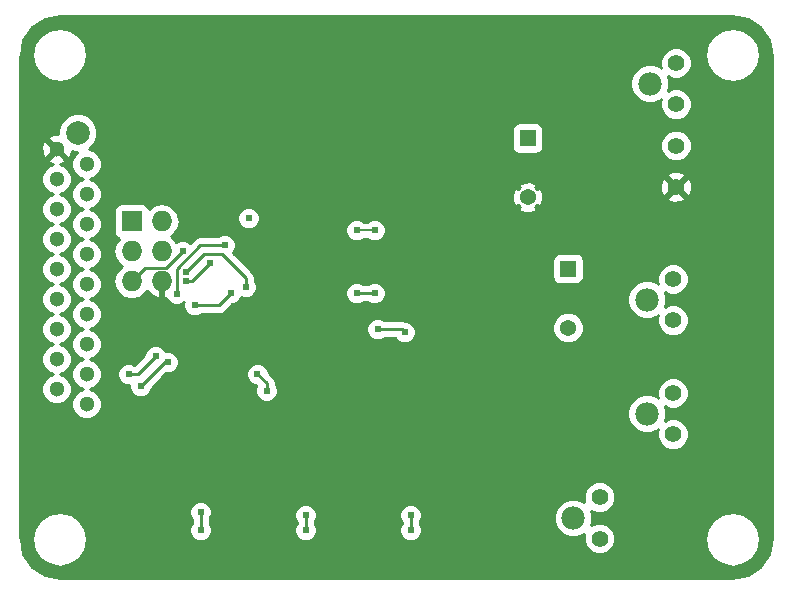
<source format=gbr>
G04 #@! TF.FileFunction,Copper,L2,Bot,Signal*
%FSLAX46Y46*%
G04 Gerber Fmt 4.6, Leading zero omitted, Abs format (unit mm)*
G04 Created by KiCad (PCBNEW 4.0.7) date 02/19/18 12:51:33*
%MOMM*%
%LPD*%
G01*
G04 APERTURE LIST*
%ADD10C,0.100000*%
%ADD11R,1.371600X1.371600*%
%ADD12C,1.371600*%
%ADD13C,1.397000*%
%ADD14C,1.981000*%
%ADD15R,1.727200X1.727200*%
%ADD16O,1.727200X1.727200*%
%ADD17C,1.300000*%
%ADD18C,2.000000*%
%ADD19C,0.609600*%
%ADD20C,0.254000*%
%ADD21C,0.152400*%
G04 APERTURE END LIST*
D10*
D11*
X107188000Y-65100200D03*
X107188000Y-65100200D03*
D12*
X107188000Y-70104000D03*
X107188000Y-70104000D03*
D11*
X110617000Y-76149200D03*
X110617000Y-76149200D03*
D12*
X110617000Y-81153000D03*
X110617000Y-81153000D03*
D13*
X119761000Y-62230000D03*
X119761000Y-58730000D03*
D14*
X117531000Y-60480000D03*
D13*
X119761000Y-65730000D03*
X119761000Y-69230000D03*
X113284000Y-99004000D03*
X113284000Y-95504000D03*
D14*
X111054000Y-97254000D03*
D13*
X119507000Y-90170000D03*
X119507000Y-86670000D03*
D14*
X117277000Y-88420000D03*
D13*
X119507000Y-80518000D03*
X119507000Y-77018000D03*
D14*
X117277000Y-78768000D03*
D15*
X73660000Y-72136000D03*
D16*
X76200000Y-72136000D03*
X73660000Y-74676000D03*
X76200000Y-74676000D03*
X73660000Y-77216000D03*
X76200000Y-77216000D03*
D17*
X67310000Y-71120000D03*
X67310000Y-68580000D03*
X67310000Y-66040000D03*
X67310000Y-73660000D03*
X69850000Y-67310000D03*
X69850000Y-69850000D03*
X69850000Y-72390000D03*
X69850000Y-74930000D03*
X67310000Y-76200000D03*
X69850000Y-77470000D03*
X67310000Y-78740000D03*
X69850000Y-80010000D03*
X67310000Y-81280000D03*
X69850000Y-82550000D03*
X67310000Y-83820000D03*
X69850000Y-85090000D03*
X67310000Y-86360000D03*
X69850000Y-87630000D03*
D18*
X69110000Y-64640000D03*
D19*
X83566000Y-71882000D03*
X76962000Y-66294000D03*
X108204000Y-58928000D03*
X79756000Y-89662000D03*
X81534000Y-96012000D03*
X99314000Y-96012000D03*
X90424000Y-96012000D03*
X112522000Y-87376000D03*
X91186000Y-75184000D03*
X87376000Y-76962000D03*
X110998000Y-91694000D03*
X100076000Y-83820000D03*
X82042000Y-59182000D03*
X94234000Y-66802000D03*
X92456000Y-67310000D03*
X81788000Y-66040000D03*
X80010000Y-59182000D03*
X75438000Y-58166000D03*
X83312000Y-77724000D03*
X78232000Y-76454000D03*
X92710000Y-78232000D03*
X94234000Y-78232000D03*
X96774000Y-81534000D03*
X94488000Y-81280000D03*
X79502000Y-96774000D03*
X79502000Y-98298000D03*
X88392000Y-97028000D03*
X88392000Y-98298000D03*
X84318695Y-85090000D03*
X85090000Y-86487000D03*
X77978000Y-74676000D03*
X82042000Y-78232000D03*
X78994000Y-79248000D03*
X75692000Y-83566000D03*
X73406000Y-85090000D03*
X76708000Y-84074000D03*
X74422000Y-86106000D03*
X97282000Y-97028000D03*
X97282000Y-98298000D03*
X94234000Y-72898000D03*
X92710000Y-72898000D03*
X77470000Y-78262000D03*
X81534000Y-74168000D03*
X78232000Y-77216000D03*
X80264000Y-75692000D03*
D20*
X78232000Y-76454000D02*
X79756000Y-74930000D01*
X79756000Y-74930000D02*
X81280000Y-74930000D01*
X81280000Y-74930000D02*
X83312000Y-76962000D01*
X83312000Y-76962000D02*
X83312000Y-77724000D01*
X94234000Y-78232000D02*
X92710000Y-78232000D01*
X94488000Y-81280000D02*
X96520000Y-81280000D01*
X96520000Y-81280000D02*
X96774000Y-81534000D01*
X79502000Y-98298000D02*
X79502000Y-96774000D01*
X88392000Y-98298000D02*
X88392000Y-97028000D01*
X85090000Y-86487000D02*
X85090000Y-85861305D01*
X85090000Y-85861305D02*
X84318695Y-85090000D01*
X73660000Y-77216000D02*
X74803001Y-76072999D01*
X74803001Y-76072999D02*
X76581001Y-76072999D01*
X76581001Y-76072999D02*
X77978000Y-74676000D01*
X81026000Y-79248000D02*
X82042000Y-78232000D01*
X78994000Y-79248000D02*
X81026000Y-79248000D01*
X73406000Y-85090000D02*
X74168000Y-85090000D01*
X74168000Y-85090000D02*
X75692000Y-83566000D01*
X74422000Y-86106000D02*
X76454000Y-84074000D01*
X76454000Y-84074000D02*
X76708000Y-84074000D01*
X97282000Y-98298000D02*
X97282000Y-97028000D01*
D21*
X92710000Y-72898000D02*
X94234000Y-72898000D01*
D20*
X77470000Y-78262000D02*
X77470000Y-76175359D01*
X77470000Y-76175359D02*
X79477359Y-74168000D01*
X79477359Y-74168000D02*
X81534000Y-74168000D01*
X80264000Y-75692000D02*
X78740000Y-77216000D01*
X78740000Y-77216000D02*
X78232000Y-77216000D01*
G36*
X125827459Y-55009738D02*
X126898568Y-55725429D01*
X127614262Y-56796540D01*
X127879000Y-58127467D01*
X127879000Y-98992533D01*
X127614262Y-100323460D01*
X126898568Y-101394571D01*
X125827459Y-102110262D01*
X124496533Y-102375000D01*
X67631467Y-102375000D01*
X66300540Y-102110262D01*
X65229429Y-101394568D01*
X64513738Y-100323459D01*
X64262421Y-99060000D01*
X65247050Y-99060000D01*
X65423417Y-99946658D01*
X65925669Y-100698331D01*
X66677342Y-101200583D01*
X67564000Y-101376950D01*
X68450658Y-101200583D01*
X69202331Y-100698331D01*
X69704583Y-99946658D01*
X69880950Y-99060000D01*
X69704583Y-98173342D01*
X69202331Y-97421669D01*
X68511572Y-96960118D01*
X78562037Y-96960118D01*
X78704812Y-97305659D01*
X78740000Y-97340908D01*
X78740000Y-97730752D01*
X78705741Y-97764951D01*
X78562363Y-98110242D01*
X78562037Y-98484118D01*
X78704812Y-98829659D01*
X78968951Y-99094259D01*
X79314242Y-99237637D01*
X79688118Y-99237963D01*
X80033659Y-99095188D01*
X80298259Y-98831049D01*
X80441637Y-98485758D01*
X80441963Y-98111882D01*
X80299188Y-97766341D01*
X80264000Y-97731092D01*
X80264000Y-97341248D01*
X80298259Y-97307049D01*
X80336847Y-97214118D01*
X87452037Y-97214118D01*
X87594812Y-97559659D01*
X87630000Y-97594908D01*
X87630000Y-97730752D01*
X87595741Y-97764951D01*
X87452363Y-98110242D01*
X87452037Y-98484118D01*
X87594812Y-98829659D01*
X87858951Y-99094259D01*
X88204242Y-99237637D01*
X88578118Y-99237963D01*
X88923659Y-99095188D01*
X89188259Y-98831049D01*
X89331637Y-98485758D01*
X89331963Y-98111882D01*
X89189188Y-97766341D01*
X89154000Y-97731092D01*
X89154000Y-97595248D01*
X89188259Y-97561049D01*
X89331637Y-97215758D01*
X89331638Y-97214118D01*
X96342037Y-97214118D01*
X96484812Y-97559659D01*
X96520000Y-97594908D01*
X96520000Y-97730752D01*
X96485741Y-97764951D01*
X96342363Y-98110242D01*
X96342037Y-98484118D01*
X96484812Y-98829659D01*
X96748951Y-99094259D01*
X97094242Y-99237637D01*
X97468118Y-99237963D01*
X97813659Y-99095188D01*
X98078259Y-98831049D01*
X98221637Y-98485758D01*
X98221963Y-98111882D01*
X98079188Y-97766341D01*
X98044000Y-97731092D01*
X98044000Y-97595248D01*
X98063368Y-97575913D01*
X109428219Y-97575913D01*
X109675165Y-98173569D01*
X110132026Y-98631228D01*
X110729250Y-98879217D01*
X111375913Y-98879781D01*
X111973569Y-98632835D01*
X112008856Y-98597610D01*
X111950732Y-98737587D01*
X111950269Y-99268086D01*
X112152854Y-99758380D01*
X112527647Y-100133827D01*
X113017587Y-100337268D01*
X113548086Y-100337731D01*
X114038380Y-100135146D01*
X114413827Y-99760353D01*
X114617268Y-99270413D01*
X114617451Y-99060000D01*
X122247050Y-99060000D01*
X122423417Y-99946658D01*
X122925669Y-100698331D01*
X123677342Y-101200583D01*
X124564000Y-101376950D01*
X125450658Y-101200583D01*
X126202331Y-100698331D01*
X126704583Y-99946658D01*
X126880950Y-99060000D01*
X126704583Y-98173342D01*
X126202331Y-97421669D01*
X125450658Y-96919417D01*
X124564000Y-96743050D01*
X123677342Y-96919417D01*
X122925669Y-97421669D01*
X122423417Y-98173342D01*
X122247050Y-99060000D01*
X114617451Y-99060000D01*
X114617731Y-98739914D01*
X114415146Y-98249620D01*
X114040353Y-97874173D01*
X113550413Y-97670732D01*
X113019914Y-97670269D01*
X112562784Y-97859151D01*
X112679217Y-97578750D01*
X112679781Y-96932087D01*
X112562527Y-96648311D01*
X113017587Y-96837268D01*
X113548086Y-96837731D01*
X114038380Y-96635146D01*
X114413827Y-96260353D01*
X114617268Y-95770413D01*
X114617731Y-95239914D01*
X114415146Y-94749620D01*
X114040353Y-94374173D01*
X113550413Y-94170732D01*
X113019914Y-94170269D01*
X112529620Y-94372854D01*
X112154173Y-94747647D01*
X111950732Y-95237587D01*
X111950269Y-95768086D01*
X112008739Y-95909594D01*
X111975974Y-95876772D01*
X111378750Y-95628783D01*
X110732087Y-95628219D01*
X110134431Y-95875165D01*
X109676772Y-96332026D01*
X109428783Y-96929250D01*
X109428219Y-97575913D01*
X98063368Y-97575913D01*
X98078259Y-97561049D01*
X98221637Y-97215758D01*
X98221963Y-96841882D01*
X98079188Y-96496341D01*
X97815049Y-96231741D01*
X97469758Y-96088363D01*
X97095882Y-96088037D01*
X96750341Y-96230812D01*
X96485741Y-96494951D01*
X96342363Y-96840242D01*
X96342037Y-97214118D01*
X89331638Y-97214118D01*
X89331963Y-96841882D01*
X89189188Y-96496341D01*
X88925049Y-96231741D01*
X88579758Y-96088363D01*
X88205882Y-96088037D01*
X87860341Y-96230812D01*
X87595741Y-96494951D01*
X87452363Y-96840242D01*
X87452037Y-97214118D01*
X80336847Y-97214118D01*
X80441637Y-96961758D01*
X80441963Y-96587882D01*
X80299188Y-96242341D01*
X80035049Y-95977741D01*
X79689758Y-95834363D01*
X79315882Y-95834037D01*
X78970341Y-95976812D01*
X78705741Y-96240951D01*
X78562363Y-96586242D01*
X78562037Y-96960118D01*
X68511572Y-96960118D01*
X68450658Y-96919417D01*
X67564000Y-96743050D01*
X66677342Y-96919417D01*
X65925669Y-97421669D01*
X65423417Y-98173342D01*
X65247050Y-99060000D01*
X64262421Y-99060000D01*
X64249000Y-98992533D01*
X64249000Y-68834481D01*
X66024777Y-68834481D01*
X66219995Y-69306943D01*
X66581155Y-69668735D01*
X67018182Y-69850205D01*
X66583057Y-70029995D01*
X66221265Y-70391155D01*
X66025223Y-70863276D01*
X66024777Y-71374481D01*
X66219995Y-71846943D01*
X66581155Y-72208735D01*
X67018182Y-72390205D01*
X66583057Y-72569995D01*
X66221265Y-72931155D01*
X66025223Y-73403276D01*
X66024777Y-73914481D01*
X66219995Y-74386943D01*
X66581155Y-74748735D01*
X67018182Y-74930205D01*
X66583057Y-75109995D01*
X66221265Y-75471155D01*
X66025223Y-75943276D01*
X66024777Y-76454481D01*
X66219995Y-76926943D01*
X66581155Y-77288735D01*
X67018182Y-77470205D01*
X66583057Y-77649995D01*
X66221265Y-78011155D01*
X66025223Y-78483276D01*
X66024777Y-78994481D01*
X66219995Y-79466943D01*
X66581155Y-79828735D01*
X67018182Y-80010205D01*
X66583057Y-80189995D01*
X66221265Y-80551155D01*
X66025223Y-81023276D01*
X66024777Y-81534481D01*
X66219995Y-82006943D01*
X66581155Y-82368735D01*
X67018182Y-82550205D01*
X66583057Y-82729995D01*
X66221265Y-83091155D01*
X66025223Y-83563276D01*
X66024777Y-84074481D01*
X66219995Y-84546943D01*
X66581155Y-84908735D01*
X67018182Y-85090205D01*
X66583057Y-85269995D01*
X66221265Y-85631155D01*
X66025223Y-86103276D01*
X66024777Y-86614481D01*
X66219995Y-87086943D01*
X66581155Y-87448735D01*
X67053276Y-87644777D01*
X67564481Y-87645223D01*
X68036943Y-87450005D01*
X68398735Y-87088845D01*
X68594777Y-86616724D01*
X68595223Y-86105519D01*
X68400005Y-85633057D01*
X68038845Y-85271265D01*
X67601818Y-85089795D01*
X68036943Y-84910005D01*
X68398735Y-84548845D01*
X68594777Y-84076724D01*
X68595223Y-83565519D01*
X68400005Y-83093057D01*
X68038845Y-82731265D01*
X67601818Y-82549795D01*
X68036943Y-82370005D01*
X68398735Y-82008845D01*
X68594777Y-81536724D01*
X68595223Y-81025519D01*
X68400005Y-80553057D01*
X68038845Y-80191265D01*
X67601818Y-80009795D01*
X68036943Y-79830005D01*
X68398735Y-79468845D01*
X68594777Y-78996724D01*
X68595223Y-78485519D01*
X68400005Y-78013057D01*
X68038845Y-77651265D01*
X67601818Y-77469795D01*
X68036943Y-77290005D01*
X68398735Y-76928845D01*
X68594777Y-76456724D01*
X68595223Y-75945519D01*
X68400005Y-75473057D01*
X68038845Y-75111265D01*
X67601818Y-74929795D01*
X68036943Y-74750005D01*
X68398735Y-74388845D01*
X68594777Y-73916724D01*
X68595223Y-73405519D01*
X68400005Y-72933057D01*
X68038845Y-72571265D01*
X67601818Y-72389795D01*
X68036943Y-72210005D01*
X68398735Y-71848845D01*
X68594777Y-71376724D01*
X68595223Y-70865519D01*
X68400005Y-70393057D01*
X68038845Y-70031265D01*
X67601818Y-69849795D01*
X68036943Y-69670005D01*
X68398735Y-69308845D01*
X68594777Y-68836724D01*
X68595223Y-68325519D01*
X68400005Y-67853057D01*
X68038845Y-67491265D01*
X67602800Y-67310203D01*
X67639428Y-67308083D01*
X67973729Y-67169611D01*
X68029410Y-66939016D01*
X67310000Y-66219605D01*
X66590590Y-66939016D01*
X66646271Y-67169611D01*
X67032860Y-67304139D01*
X66583057Y-67489995D01*
X66221265Y-67851155D01*
X66025223Y-68323276D01*
X66024777Y-68834481D01*
X64249000Y-68834481D01*
X64249000Y-65859078D01*
X66012378Y-65859078D01*
X66041917Y-66369428D01*
X66180389Y-66703729D01*
X66410984Y-66759410D01*
X67130395Y-66040000D01*
X66410984Y-65320590D01*
X66180389Y-65376271D01*
X66012378Y-65859078D01*
X64249000Y-65859078D01*
X64249000Y-65140984D01*
X66590590Y-65140984D01*
X67310000Y-65860395D01*
X67324143Y-65846253D01*
X67503748Y-66025858D01*
X67489605Y-66040000D01*
X68209016Y-66759410D01*
X68439611Y-66703729D01*
X68607622Y-66220922D01*
X68606485Y-66201275D01*
X68783352Y-66274716D01*
X69067991Y-66274965D01*
X68761265Y-66581155D01*
X68565223Y-67053276D01*
X68564777Y-67564481D01*
X68759995Y-68036943D01*
X69121155Y-68398735D01*
X69558182Y-68580205D01*
X69123057Y-68759995D01*
X68761265Y-69121155D01*
X68565223Y-69593276D01*
X68564777Y-70104481D01*
X68759995Y-70576943D01*
X69121155Y-70938735D01*
X69558182Y-71120205D01*
X69123057Y-71299995D01*
X68761265Y-71661155D01*
X68565223Y-72133276D01*
X68564777Y-72644481D01*
X68759995Y-73116943D01*
X69121155Y-73478735D01*
X69558182Y-73660205D01*
X69123057Y-73839995D01*
X68761265Y-74201155D01*
X68565223Y-74673276D01*
X68564777Y-75184481D01*
X68759995Y-75656943D01*
X69121155Y-76018735D01*
X69558182Y-76200205D01*
X69123057Y-76379995D01*
X68761265Y-76741155D01*
X68565223Y-77213276D01*
X68564777Y-77724481D01*
X68759995Y-78196943D01*
X69121155Y-78558735D01*
X69558182Y-78740205D01*
X69123057Y-78919995D01*
X68761265Y-79281155D01*
X68565223Y-79753276D01*
X68564777Y-80264481D01*
X68759995Y-80736943D01*
X69121155Y-81098735D01*
X69558182Y-81280205D01*
X69123057Y-81459995D01*
X68761265Y-81821155D01*
X68565223Y-82293276D01*
X68564777Y-82804481D01*
X68759995Y-83276943D01*
X69121155Y-83638735D01*
X69558182Y-83820205D01*
X69123057Y-83999995D01*
X68761265Y-84361155D01*
X68565223Y-84833276D01*
X68564777Y-85344481D01*
X68759995Y-85816943D01*
X69121155Y-86178735D01*
X69558182Y-86360205D01*
X69123057Y-86539995D01*
X68761265Y-86901155D01*
X68565223Y-87373276D01*
X68564777Y-87884481D01*
X68759995Y-88356943D01*
X69121155Y-88718735D01*
X69593276Y-88914777D01*
X70104481Y-88915223D01*
X70523921Y-88741913D01*
X115651219Y-88741913D01*
X115898165Y-89339569D01*
X116355026Y-89797228D01*
X116952250Y-90045217D01*
X117598913Y-90045781D01*
X118196569Y-89798835D01*
X118231856Y-89763610D01*
X118173732Y-89903587D01*
X118173269Y-90434086D01*
X118375854Y-90924380D01*
X118750647Y-91299827D01*
X119240587Y-91503268D01*
X119771086Y-91503731D01*
X120261380Y-91301146D01*
X120636827Y-90926353D01*
X120840268Y-90436413D01*
X120840731Y-89905914D01*
X120638146Y-89415620D01*
X120263353Y-89040173D01*
X119773413Y-88836732D01*
X119242914Y-88836269D01*
X118785784Y-89025151D01*
X118902217Y-88744750D01*
X118902781Y-88098087D01*
X118785527Y-87814311D01*
X119240587Y-88003268D01*
X119771086Y-88003731D01*
X120261380Y-87801146D01*
X120636827Y-87426353D01*
X120840268Y-86936413D01*
X120840731Y-86405914D01*
X120638146Y-85915620D01*
X120263353Y-85540173D01*
X119773413Y-85336732D01*
X119242914Y-85336269D01*
X118752620Y-85538854D01*
X118377173Y-85913647D01*
X118173732Y-86403587D01*
X118173269Y-86934086D01*
X118231739Y-87075594D01*
X118198974Y-87042772D01*
X117601750Y-86794783D01*
X116955087Y-86794219D01*
X116357431Y-87041165D01*
X115899772Y-87498026D01*
X115651783Y-88095250D01*
X115651219Y-88741913D01*
X70523921Y-88741913D01*
X70576943Y-88720005D01*
X70938735Y-88358845D01*
X71134777Y-87886724D01*
X71135223Y-87375519D01*
X70940005Y-86903057D01*
X70578845Y-86541265D01*
X70141818Y-86359795D01*
X70576943Y-86180005D01*
X70938735Y-85818845D01*
X71134777Y-85346724D01*
X71134838Y-85276118D01*
X72466037Y-85276118D01*
X72608812Y-85621659D01*
X72872951Y-85886259D01*
X73218242Y-86029637D01*
X73482266Y-86029867D01*
X73482037Y-86292118D01*
X73624812Y-86637659D01*
X73888951Y-86902259D01*
X74234242Y-87045637D01*
X74608118Y-87045963D01*
X74953659Y-86903188D01*
X75218259Y-86639049D01*
X75361637Y-86293758D01*
X75361680Y-86243950D01*
X76329512Y-85276118D01*
X83378732Y-85276118D01*
X83521507Y-85621659D01*
X83785646Y-85886259D01*
X84130937Y-86029637D01*
X84180745Y-86029680D01*
X84238368Y-86087303D01*
X84150363Y-86299242D01*
X84150037Y-86673118D01*
X84292812Y-87018659D01*
X84556951Y-87283259D01*
X84902242Y-87426637D01*
X85276118Y-87426963D01*
X85621659Y-87284188D01*
X85886259Y-87020049D01*
X86029637Y-86674758D01*
X86029963Y-86300882D01*
X85887188Y-85955341D01*
X85852000Y-85920092D01*
X85852000Y-85861305D01*
X85793996Y-85569700D01*
X85628815Y-85322490D01*
X85258616Y-84952291D01*
X85258658Y-84903882D01*
X85115883Y-84558341D01*
X84851744Y-84293741D01*
X84506453Y-84150363D01*
X84132577Y-84150037D01*
X83787036Y-84292812D01*
X83522436Y-84556951D01*
X83379058Y-84902242D01*
X83378732Y-85276118D01*
X76329512Y-85276118D01*
X76591930Y-85013700D01*
X76894118Y-85013963D01*
X77239659Y-84871188D01*
X77504259Y-84607049D01*
X77647637Y-84261758D01*
X77647963Y-83887882D01*
X77505188Y-83542341D01*
X77241049Y-83277741D01*
X76895758Y-83134363D01*
X76530385Y-83134044D01*
X76489188Y-83034341D01*
X76225049Y-82769741D01*
X75879758Y-82626363D01*
X75505882Y-82626037D01*
X75160341Y-82768812D01*
X74895741Y-83032951D01*
X74752363Y-83378242D01*
X74752320Y-83428050D01*
X73902009Y-84278361D01*
X73593758Y-84150363D01*
X73219882Y-84150037D01*
X72874341Y-84292812D01*
X72609741Y-84556951D01*
X72466363Y-84902242D01*
X72466037Y-85276118D01*
X71134838Y-85276118D01*
X71135223Y-84835519D01*
X70940005Y-84363057D01*
X70578845Y-84001265D01*
X70141818Y-83819795D01*
X70576943Y-83640005D01*
X70938735Y-83278845D01*
X71134777Y-82806724D01*
X71135223Y-82295519D01*
X70940005Y-81823057D01*
X70583690Y-81466118D01*
X93548037Y-81466118D01*
X93690812Y-81811659D01*
X93954951Y-82076259D01*
X94300242Y-82219637D01*
X94674118Y-82219963D01*
X95019659Y-82077188D01*
X95054908Y-82042000D01*
X95967036Y-82042000D01*
X95976812Y-82065659D01*
X96240951Y-82330259D01*
X96586242Y-82473637D01*
X96960118Y-82473963D01*
X97305659Y-82331188D01*
X97570259Y-82067049D01*
X97713637Y-81721758D01*
X97713904Y-81414571D01*
X109295971Y-81414571D01*
X109496627Y-81900196D01*
X109867850Y-82272067D01*
X110353124Y-82473570D01*
X110878571Y-82474029D01*
X111364196Y-82273373D01*
X111736067Y-81902150D01*
X111937570Y-81416876D01*
X111938029Y-80891429D01*
X111737373Y-80405804D01*
X111366150Y-80033933D01*
X110880876Y-79832430D01*
X110355429Y-79831971D01*
X109869804Y-80032627D01*
X109497933Y-80403850D01*
X109296430Y-80889124D01*
X109295971Y-81414571D01*
X97713904Y-81414571D01*
X97713963Y-81347882D01*
X97571188Y-81002341D01*
X97307049Y-80737741D01*
X96961758Y-80594363D01*
X96838921Y-80594256D01*
X96811605Y-80576004D01*
X96520000Y-80518000D01*
X95055248Y-80518000D01*
X95021049Y-80483741D01*
X94675758Y-80340363D01*
X94301882Y-80340037D01*
X93956341Y-80482812D01*
X93691741Y-80746951D01*
X93548363Y-81092242D01*
X93548037Y-81466118D01*
X70583690Y-81466118D01*
X70578845Y-81461265D01*
X70141818Y-81279795D01*
X70576943Y-81100005D01*
X70938735Y-80738845D01*
X71134777Y-80266724D01*
X71135223Y-79755519D01*
X70940005Y-79283057D01*
X70578845Y-78921265D01*
X70141818Y-78739795D01*
X70576943Y-78560005D01*
X70938735Y-78198845D01*
X71134777Y-77726724D01*
X71135223Y-77215519D01*
X70940005Y-76743057D01*
X70578845Y-76381265D01*
X70141818Y-76199795D01*
X70576943Y-76020005D01*
X70938735Y-75658845D01*
X71134777Y-75186724D01*
X71135222Y-74676000D01*
X72132041Y-74676000D01*
X72246115Y-75249489D01*
X72570971Y-75735670D01*
X72885752Y-75946000D01*
X72570971Y-76156330D01*
X72246115Y-76642511D01*
X72132041Y-77216000D01*
X72246115Y-77789489D01*
X72570971Y-78275670D01*
X73057152Y-78600526D01*
X73630641Y-78714600D01*
X73689359Y-78714600D01*
X74262848Y-78600526D01*
X74749029Y-78275670D01*
X74929992Y-78004839D01*
X75311510Y-78422821D01*
X75840973Y-78670968D01*
X76073000Y-78550469D01*
X76073000Y-77343000D01*
X76053000Y-77343000D01*
X76053000Y-77089000D01*
X76073000Y-77089000D01*
X76073000Y-77069000D01*
X76327000Y-77069000D01*
X76327000Y-77089000D01*
X76347000Y-77089000D01*
X76347000Y-77343000D01*
X76327000Y-77343000D01*
X76327000Y-78550469D01*
X76559027Y-78670968D01*
X76611882Y-78646196D01*
X76672812Y-78793659D01*
X76936951Y-79058259D01*
X77282242Y-79201637D01*
X77656118Y-79201963D01*
X78001659Y-79059188D01*
X78092424Y-78968581D01*
X78054363Y-79060242D01*
X78054037Y-79434118D01*
X78196812Y-79779659D01*
X78460951Y-80044259D01*
X78806242Y-80187637D01*
X79180118Y-80187963D01*
X79525659Y-80045188D01*
X79560908Y-80010000D01*
X81026000Y-80010000D01*
X81317605Y-79951996D01*
X81564815Y-79786815D01*
X82179709Y-79171921D01*
X82228118Y-79171963D01*
X82573659Y-79029188D01*
X82838259Y-78765049D01*
X82916234Y-78577264D01*
X83124242Y-78663637D01*
X83498118Y-78663963D01*
X83843659Y-78521188D01*
X83946908Y-78418118D01*
X91770037Y-78418118D01*
X91912812Y-78763659D01*
X92176951Y-79028259D01*
X92522242Y-79171637D01*
X92896118Y-79171963D01*
X93241659Y-79029188D01*
X93276908Y-78994000D01*
X93666752Y-78994000D01*
X93700951Y-79028259D01*
X94046242Y-79171637D01*
X94420118Y-79171963D01*
X94618693Y-79089913D01*
X115651219Y-79089913D01*
X115898165Y-79687569D01*
X116355026Y-80145228D01*
X116952250Y-80393217D01*
X117598913Y-80393781D01*
X118196569Y-80146835D01*
X118231856Y-80111610D01*
X118173732Y-80251587D01*
X118173269Y-80782086D01*
X118375854Y-81272380D01*
X118750647Y-81647827D01*
X119240587Y-81851268D01*
X119771086Y-81851731D01*
X120261380Y-81649146D01*
X120636827Y-81274353D01*
X120840268Y-80784413D01*
X120840731Y-80253914D01*
X120638146Y-79763620D01*
X120263353Y-79388173D01*
X119773413Y-79184732D01*
X119242914Y-79184269D01*
X118785784Y-79373151D01*
X118902217Y-79092750D01*
X118902781Y-78446087D01*
X118785527Y-78162311D01*
X119240587Y-78351268D01*
X119771086Y-78351731D01*
X120261380Y-78149146D01*
X120636827Y-77774353D01*
X120840268Y-77284413D01*
X120840731Y-76753914D01*
X120638146Y-76263620D01*
X120263353Y-75888173D01*
X119773413Y-75684732D01*
X119242914Y-75684269D01*
X118752620Y-75886854D01*
X118377173Y-76261647D01*
X118173732Y-76751587D01*
X118173269Y-77282086D01*
X118231739Y-77423594D01*
X118198974Y-77390772D01*
X117601750Y-77142783D01*
X116955087Y-77142219D01*
X116357431Y-77389165D01*
X115899772Y-77846026D01*
X115651783Y-78443250D01*
X115651219Y-79089913D01*
X94618693Y-79089913D01*
X94765659Y-79029188D01*
X95030259Y-78765049D01*
X95173637Y-78419758D01*
X95173963Y-78045882D01*
X95031188Y-77700341D01*
X94767049Y-77435741D01*
X94421758Y-77292363D01*
X94047882Y-77292037D01*
X93702341Y-77434812D01*
X93667092Y-77470000D01*
X93277248Y-77470000D01*
X93243049Y-77435741D01*
X92897758Y-77292363D01*
X92523882Y-77292037D01*
X92178341Y-77434812D01*
X91913741Y-77698951D01*
X91770363Y-78044242D01*
X91770037Y-78418118D01*
X83946908Y-78418118D01*
X84108259Y-78257049D01*
X84251637Y-77911758D01*
X84251963Y-77537882D01*
X84109188Y-77192341D01*
X84074000Y-77157092D01*
X84074000Y-76962000D01*
X84015996Y-76670395D01*
X83850815Y-76423185D01*
X82891030Y-75463400D01*
X109283760Y-75463400D01*
X109283760Y-76835000D01*
X109328038Y-77070317D01*
X109467110Y-77286441D01*
X109679310Y-77431431D01*
X109931200Y-77482440D01*
X111302800Y-77482440D01*
X111538117Y-77438162D01*
X111754241Y-77299090D01*
X111899231Y-77086890D01*
X111950240Y-76835000D01*
X111950240Y-75463400D01*
X111905962Y-75228083D01*
X111766890Y-75011959D01*
X111554690Y-74866969D01*
X111302800Y-74815960D01*
X109931200Y-74815960D01*
X109695883Y-74860238D01*
X109479759Y-74999310D01*
X109334769Y-75211510D01*
X109283760Y-75463400D01*
X82891030Y-75463400D01*
X82229381Y-74801751D01*
X82330259Y-74701049D01*
X82473637Y-74355758D01*
X82473963Y-73981882D01*
X82331188Y-73636341D01*
X82067049Y-73371741D01*
X81721758Y-73228363D01*
X81347882Y-73228037D01*
X81002341Y-73370812D01*
X80967092Y-73406000D01*
X79477359Y-73406000D01*
X79187333Y-73463690D01*
X79185754Y-73464004D01*
X78938543Y-73629185D01*
X78599441Y-73968287D01*
X78511049Y-73879741D01*
X78165758Y-73736363D01*
X77791882Y-73736037D01*
X77460504Y-73872960D01*
X77289029Y-73616330D01*
X76974248Y-73406000D01*
X77289029Y-73195670D01*
X77363565Y-73084118D01*
X91770037Y-73084118D01*
X91912812Y-73429659D01*
X92176951Y-73694259D01*
X92522242Y-73837637D01*
X92896118Y-73837963D01*
X93241659Y-73695188D01*
X93327797Y-73609200D01*
X93616040Y-73609200D01*
X93700951Y-73694259D01*
X94046242Y-73837637D01*
X94420118Y-73837963D01*
X94765659Y-73695188D01*
X95030259Y-73431049D01*
X95173637Y-73085758D01*
X95173963Y-72711882D01*
X95031188Y-72366341D01*
X94767049Y-72101741D01*
X94421758Y-71958363D01*
X94047882Y-71958037D01*
X93702341Y-72100812D01*
X93616203Y-72186800D01*
X93327960Y-72186800D01*
X93243049Y-72101741D01*
X92897758Y-71958363D01*
X92523882Y-71958037D01*
X92178341Y-72100812D01*
X91913741Y-72364951D01*
X91770363Y-72710242D01*
X91770037Y-73084118D01*
X77363565Y-73084118D01*
X77613885Y-72709489D01*
X77727959Y-72136000D01*
X77714457Y-72068118D01*
X82626037Y-72068118D01*
X82768812Y-72413659D01*
X83032951Y-72678259D01*
X83378242Y-72821637D01*
X83752118Y-72821963D01*
X84097659Y-72679188D01*
X84362259Y-72415049D01*
X84505637Y-72069758D01*
X84505963Y-71695882D01*
X84363188Y-71350341D01*
X84099049Y-71085741D01*
X83753758Y-70942363D01*
X83379882Y-70942037D01*
X83034341Y-71084812D01*
X82769741Y-71348951D01*
X82626363Y-71694242D01*
X82626037Y-72068118D01*
X77714457Y-72068118D01*
X77613885Y-71562511D01*
X77289029Y-71076330D01*
X76802848Y-70751474D01*
X76229359Y-70637400D01*
X76170641Y-70637400D01*
X75597152Y-70751474D01*
X75131558Y-71062574D01*
X75126762Y-71037083D01*
X74987690Y-70820959D01*
X74775490Y-70675969D01*
X74523600Y-70624960D01*
X72796400Y-70624960D01*
X72561083Y-70669238D01*
X72344959Y-70808310D01*
X72199969Y-71020510D01*
X72148960Y-71272400D01*
X72148960Y-72999600D01*
X72193238Y-73234917D01*
X72332310Y-73451041D01*
X72544510Y-73596031D01*
X72588131Y-73604864D01*
X72570971Y-73616330D01*
X72246115Y-74102511D01*
X72132041Y-74676000D01*
X71135222Y-74676000D01*
X71135223Y-74675519D01*
X70940005Y-74203057D01*
X70578845Y-73841265D01*
X70141818Y-73659795D01*
X70576943Y-73480005D01*
X70938735Y-73118845D01*
X71134777Y-72646724D01*
X71135223Y-72135519D01*
X70940005Y-71663057D01*
X70578845Y-71301265D01*
X70141818Y-71119795D01*
X70576943Y-70940005D01*
X70938735Y-70578845D01*
X71134777Y-70106724D01*
X71134944Y-69914517D01*
X105854721Y-69914517D01*
X105883699Y-70439164D01*
X106028723Y-70789283D01*
X106263021Y-70849374D01*
X106343934Y-70768461D01*
X106523382Y-70948223D01*
X106442626Y-71028979D01*
X106502717Y-71263277D01*
X106998517Y-71437279D01*
X107523164Y-71408301D01*
X107873283Y-71263277D01*
X107933374Y-71028979D01*
X107852461Y-70948066D01*
X108032223Y-70768618D01*
X108112979Y-70849374D01*
X108347277Y-70789283D01*
X108521279Y-70293483D01*
X108514138Y-70164188D01*
X119006417Y-70164188D01*
X119068071Y-70399800D01*
X119568480Y-70575927D01*
X120098199Y-70547148D01*
X120453929Y-70399800D01*
X120515583Y-70164188D01*
X119761000Y-69409605D01*
X119006417Y-70164188D01*
X108514138Y-70164188D01*
X108492301Y-69768836D01*
X108347277Y-69418717D01*
X108112979Y-69358626D01*
X108032066Y-69439539D01*
X107852618Y-69259777D01*
X107933374Y-69179021D01*
X107897073Y-69037480D01*
X118415073Y-69037480D01*
X118443852Y-69567199D01*
X118591200Y-69922929D01*
X118826812Y-69984583D01*
X119581395Y-69230000D01*
X119940605Y-69230000D01*
X120695188Y-69984583D01*
X120930800Y-69922929D01*
X121106927Y-69422520D01*
X121078148Y-68892801D01*
X120930800Y-68537071D01*
X120695188Y-68475417D01*
X119940605Y-69230000D01*
X119581395Y-69230000D01*
X118826812Y-68475417D01*
X118591200Y-68537071D01*
X118415073Y-69037480D01*
X107897073Y-69037480D01*
X107873283Y-68944723D01*
X107377483Y-68770721D01*
X106852836Y-68799699D01*
X106502717Y-68944723D01*
X106442626Y-69179021D01*
X106523539Y-69259934D01*
X106343777Y-69439382D01*
X106263021Y-69358626D01*
X106028723Y-69418717D01*
X105854721Y-69914517D01*
X71134944Y-69914517D01*
X71135223Y-69595519D01*
X70940005Y-69123057D01*
X70578845Y-68761265D01*
X70141818Y-68579795D01*
X70576943Y-68400005D01*
X70681318Y-68295812D01*
X119006417Y-68295812D01*
X119761000Y-69050395D01*
X120515583Y-68295812D01*
X120453929Y-68060200D01*
X119953520Y-67884073D01*
X119423801Y-67912852D01*
X119068071Y-68060200D01*
X119006417Y-68295812D01*
X70681318Y-68295812D01*
X70938735Y-68038845D01*
X71134777Y-67566724D01*
X71135223Y-67055519D01*
X70940005Y-66583057D01*
X70578845Y-66221265D01*
X70106724Y-66025223D01*
X70036678Y-66025162D01*
X70495278Y-65567363D01*
X70744716Y-64966648D01*
X70745198Y-64414400D01*
X105854760Y-64414400D01*
X105854760Y-65786000D01*
X105899038Y-66021317D01*
X106038110Y-66237441D01*
X106250310Y-66382431D01*
X106502200Y-66433440D01*
X107873800Y-66433440D01*
X108109117Y-66389162D01*
X108325241Y-66250090D01*
X108470231Y-66037890D01*
X108479101Y-65994086D01*
X118427269Y-65994086D01*
X118629854Y-66484380D01*
X119004647Y-66859827D01*
X119494587Y-67063268D01*
X120025086Y-67063731D01*
X120515380Y-66861146D01*
X120890827Y-66486353D01*
X121094268Y-65996413D01*
X121094731Y-65465914D01*
X120892146Y-64975620D01*
X120517353Y-64600173D01*
X120027413Y-64396732D01*
X119496914Y-64396269D01*
X119006620Y-64598854D01*
X118631173Y-64973647D01*
X118427732Y-65463587D01*
X118427269Y-65994086D01*
X108479101Y-65994086D01*
X108521240Y-65786000D01*
X108521240Y-64414400D01*
X108476962Y-64179083D01*
X108337890Y-63962959D01*
X108125690Y-63817969D01*
X107873800Y-63766960D01*
X106502200Y-63766960D01*
X106266883Y-63811238D01*
X106050759Y-63950310D01*
X105905769Y-64162510D01*
X105854760Y-64414400D01*
X70745198Y-64414400D01*
X70745284Y-64316205D01*
X70496894Y-63715057D01*
X70037363Y-63254722D01*
X69436648Y-63005284D01*
X68786205Y-63004716D01*
X68185057Y-63253106D01*
X67724722Y-63712637D01*
X67475284Y-64313352D01*
X67474909Y-64743305D01*
X66980572Y-64771917D01*
X66646271Y-64910389D01*
X66590590Y-65140984D01*
X64249000Y-65140984D01*
X64249000Y-60801913D01*
X115905219Y-60801913D01*
X116152165Y-61399569D01*
X116609026Y-61857228D01*
X117206250Y-62105217D01*
X117852913Y-62105781D01*
X118450569Y-61858835D01*
X118485856Y-61823610D01*
X118427732Y-61963587D01*
X118427269Y-62494086D01*
X118629854Y-62984380D01*
X119004647Y-63359827D01*
X119494587Y-63563268D01*
X120025086Y-63563731D01*
X120515380Y-63361146D01*
X120890827Y-62986353D01*
X121094268Y-62496413D01*
X121094731Y-61965914D01*
X120892146Y-61475620D01*
X120517353Y-61100173D01*
X120027413Y-60896732D01*
X119496914Y-60896269D01*
X119039784Y-61085151D01*
X119156217Y-60804750D01*
X119156781Y-60158087D01*
X119039527Y-59874311D01*
X119494587Y-60063268D01*
X120025086Y-60063731D01*
X120515380Y-59861146D01*
X120890827Y-59486353D01*
X121094268Y-58996413D01*
X121094731Y-58465914D01*
X120927012Y-58060000D01*
X122247050Y-58060000D01*
X122423417Y-58946658D01*
X122925669Y-59698331D01*
X123677342Y-60200583D01*
X124564000Y-60376950D01*
X125450658Y-60200583D01*
X126202331Y-59698331D01*
X126704583Y-58946658D01*
X126880950Y-58060000D01*
X126704583Y-57173342D01*
X126202331Y-56421669D01*
X125450658Y-55919417D01*
X124564000Y-55743050D01*
X123677342Y-55919417D01*
X122925669Y-56421669D01*
X122423417Y-57173342D01*
X122247050Y-58060000D01*
X120927012Y-58060000D01*
X120892146Y-57975620D01*
X120517353Y-57600173D01*
X120027413Y-57396732D01*
X119496914Y-57396269D01*
X119006620Y-57598854D01*
X118631173Y-57973647D01*
X118427732Y-58463587D01*
X118427269Y-58994086D01*
X118485739Y-59135594D01*
X118452974Y-59102772D01*
X117855750Y-58854783D01*
X117209087Y-58854219D01*
X116611431Y-59101165D01*
X116153772Y-59558026D01*
X115905783Y-60155250D01*
X115905219Y-60801913D01*
X64249000Y-60801913D01*
X64249000Y-58127467D01*
X64262420Y-58060000D01*
X65247050Y-58060000D01*
X65423417Y-58946658D01*
X65925669Y-59698331D01*
X66677342Y-60200583D01*
X67564000Y-60376950D01*
X68450658Y-60200583D01*
X69202331Y-59698331D01*
X69704583Y-58946658D01*
X69880950Y-58060000D01*
X69704583Y-57173342D01*
X69202331Y-56421669D01*
X68450658Y-55919417D01*
X67564000Y-55743050D01*
X66677342Y-55919417D01*
X65925669Y-56421669D01*
X65423417Y-57173342D01*
X65247050Y-58060000D01*
X64262420Y-58060000D01*
X64513738Y-56796541D01*
X65229429Y-55725432D01*
X66300540Y-55009738D01*
X67631467Y-54745000D01*
X124496533Y-54745000D01*
X125827459Y-55009738D01*
X125827459Y-55009738D01*
G37*
X125827459Y-55009738D02*
X126898568Y-55725429D01*
X127614262Y-56796540D01*
X127879000Y-58127467D01*
X127879000Y-98992533D01*
X127614262Y-100323460D01*
X126898568Y-101394571D01*
X125827459Y-102110262D01*
X124496533Y-102375000D01*
X67631467Y-102375000D01*
X66300540Y-102110262D01*
X65229429Y-101394568D01*
X64513738Y-100323459D01*
X64262421Y-99060000D01*
X65247050Y-99060000D01*
X65423417Y-99946658D01*
X65925669Y-100698331D01*
X66677342Y-101200583D01*
X67564000Y-101376950D01*
X68450658Y-101200583D01*
X69202331Y-100698331D01*
X69704583Y-99946658D01*
X69880950Y-99060000D01*
X69704583Y-98173342D01*
X69202331Y-97421669D01*
X68511572Y-96960118D01*
X78562037Y-96960118D01*
X78704812Y-97305659D01*
X78740000Y-97340908D01*
X78740000Y-97730752D01*
X78705741Y-97764951D01*
X78562363Y-98110242D01*
X78562037Y-98484118D01*
X78704812Y-98829659D01*
X78968951Y-99094259D01*
X79314242Y-99237637D01*
X79688118Y-99237963D01*
X80033659Y-99095188D01*
X80298259Y-98831049D01*
X80441637Y-98485758D01*
X80441963Y-98111882D01*
X80299188Y-97766341D01*
X80264000Y-97731092D01*
X80264000Y-97341248D01*
X80298259Y-97307049D01*
X80336847Y-97214118D01*
X87452037Y-97214118D01*
X87594812Y-97559659D01*
X87630000Y-97594908D01*
X87630000Y-97730752D01*
X87595741Y-97764951D01*
X87452363Y-98110242D01*
X87452037Y-98484118D01*
X87594812Y-98829659D01*
X87858951Y-99094259D01*
X88204242Y-99237637D01*
X88578118Y-99237963D01*
X88923659Y-99095188D01*
X89188259Y-98831049D01*
X89331637Y-98485758D01*
X89331963Y-98111882D01*
X89189188Y-97766341D01*
X89154000Y-97731092D01*
X89154000Y-97595248D01*
X89188259Y-97561049D01*
X89331637Y-97215758D01*
X89331638Y-97214118D01*
X96342037Y-97214118D01*
X96484812Y-97559659D01*
X96520000Y-97594908D01*
X96520000Y-97730752D01*
X96485741Y-97764951D01*
X96342363Y-98110242D01*
X96342037Y-98484118D01*
X96484812Y-98829659D01*
X96748951Y-99094259D01*
X97094242Y-99237637D01*
X97468118Y-99237963D01*
X97813659Y-99095188D01*
X98078259Y-98831049D01*
X98221637Y-98485758D01*
X98221963Y-98111882D01*
X98079188Y-97766341D01*
X98044000Y-97731092D01*
X98044000Y-97595248D01*
X98063368Y-97575913D01*
X109428219Y-97575913D01*
X109675165Y-98173569D01*
X110132026Y-98631228D01*
X110729250Y-98879217D01*
X111375913Y-98879781D01*
X111973569Y-98632835D01*
X112008856Y-98597610D01*
X111950732Y-98737587D01*
X111950269Y-99268086D01*
X112152854Y-99758380D01*
X112527647Y-100133827D01*
X113017587Y-100337268D01*
X113548086Y-100337731D01*
X114038380Y-100135146D01*
X114413827Y-99760353D01*
X114617268Y-99270413D01*
X114617451Y-99060000D01*
X122247050Y-99060000D01*
X122423417Y-99946658D01*
X122925669Y-100698331D01*
X123677342Y-101200583D01*
X124564000Y-101376950D01*
X125450658Y-101200583D01*
X126202331Y-100698331D01*
X126704583Y-99946658D01*
X126880950Y-99060000D01*
X126704583Y-98173342D01*
X126202331Y-97421669D01*
X125450658Y-96919417D01*
X124564000Y-96743050D01*
X123677342Y-96919417D01*
X122925669Y-97421669D01*
X122423417Y-98173342D01*
X122247050Y-99060000D01*
X114617451Y-99060000D01*
X114617731Y-98739914D01*
X114415146Y-98249620D01*
X114040353Y-97874173D01*
X113550413Y-97670732D01*
X113019914Y-97670269D01*
X112562784Y-97859151D01*
X112679217Y-97578750D01*
X112679781Y-96932087D01*
X112562527Y-96648311D01*
X113017587Y-96837268D01*
X113548086Y-96837731D01*
X114038380Y-96635146D01*
X114413827Y-96260353D01*
X114617268Y-95770413D01*
X114617731Y-95239914D01*
X114415146Y-94749620D01*
X114040353Y-94374173D01*
X113550413Y-94170732D01*
X113019914Y-94170269D01*
X112529620Y-94372854D01*
X112154173Y-94747647D01*
X111950732Y-95237587D01*
X111950269Y-95768086D01*
X112008739Y-95909594D01*
X111975974Y-95876772D01*
X111378750Y-95628783D01*
X110732087Y-95628219D01*
X110134431Y-95875165D01*
X109676772Y-96332026D01*
X109428783Y-96929250D01*
X109428219Y-97575913D01*
X98063368Y-97575913D01*
X98078259Y-97561049D01*
X98221637Y-97215758D01*
X98221963Y-96841882D01*
X98079188Y-96496341D01*
X97815049Y-96231741D01*
X97469758Y-96088363D01*
X97095882Y-96088037D01*
X96750341Y-96230812D01*
X96485741Y-96494951D01*
X96342363Y-96840242D01*
X96342037Y-97214118D01*
X89331638Y-97214118D01*
X89331963Y-96841882D01*
X89189188Y-96496341D01*
X88925049Y-96231741D01*
X88579758Y-96088363D01*
X88205882Y-96088037D01*
X87860341Y-96230812D01*
X87595741Y-96494951D01*
X87452363Y-96840242D01*
X87452037Y-97214118D01*
X80336847Y-97214118D01*
X80441637Y-96961758D01*
X80441963Y-96587882D01*
X80299188Y-96242341D01*
X80035049Y-95977741D01*
X79689758Y-95834363D01*
X79315882Y-95834037D01*
X78970341Y-95976812D01*
X78705741Y-96240951D01*
X78562363Y-96586242D01*
X78562037Y-96960118D01*
X68511572Y-96960118D01*
X68450658Y-96919417D01*
X67564000Y-96743050D01*
X66677342Y-96919417D01*
X65925669Y-97421669D01*
X65423417Y-98173342D01*
X65247050Y-99060000D01*
X64262421Y-99060000D01*
X64249000Y-98992533D01*
X64249000Y-68834481D01*
X66024777Y-68834481D01*
X66219995Y-69306943D01*
X66581155Y-69668735D01*
X67018182Y-69850205D01*
X66583057Y-70029995D01*
X66221265Y-70391155D01*
X66025223Y-70863276D01*
X66024777Y-71374481D01*
X66219995Y-71846943D01*
X66581155Y-72208735D01*
X67018182Y-72390205D01*
X66583057Y-72569995D01*
X66221265Y-72931155D01*
X66025223Y-73403276D01*
X66024777Y-73914481D01*
X66219995Y-74386943D01*
X66581155Y-74748735D01*
X67018182Y-74930205D01*
X66583057Y-75109995D01*
X66221265Y-75471155D01*
X66025223Y-75943276D01*
X66024777Y-76454481D01*
X66219995Y-76926943D01*
X66581155Y-77288735D01*
X67018182Y-77470205D01*
X66583057Y-77649995D01*
X66221265Y-78011155D01*
X66025223Y-78483276D01*
X66024777Y-78994481D01*
X66219995Y-79466943D01*
X66581155Y-79828735D01*
X67018182Y-80010205D01*
X66583057Y-80189995D01*
X66221265Y-80551155D01*
X66025223Y-81023276D01*
X66024777Y-81534481D01*
X66219995Y-82006943D01*
X66581155Y-82368735D01*
X67018182Y-82550205D01*
X66583057Y-82729995D01*
X66221265Y-83091155D01*
X66025223Y-83563276D01*
X66024777Y-84074481D01*
X66219995Y-84546943D01*
X66581155Y-84908735D01*
X67018182Y-85090205D01*
X66583057Y-85269995D01*
X66221265Y-85631155D01*
X66025223Y-86103276D01*
X66024777Y-86614481D01*
X66219995Y-87086943D01*
X66581155Y-87448735D01*
X67053276Y-87644777D01*
X67564481Y-87645223D01*
X68036943Y-87450005D01*
X68398735Y-87088845D01*
X68594777Y-86616724D01*
X68595223Y-86105519D01*
X68400005Y-85633057D01*
X68038845Y-85271265D01*
X67601818Y-85089795D01*
X68036943Y-84910005D01*
X68398735Y-84548845D01*
X68594777Y-84076724D01*
X68595223Y-83565519D01*
X68400005Y-83093057D01*
X68038845Y-82731265D01*
X67601818Y-82549795D01*
X68036943Y-82370005D01*
X68398735Y-82008845D01*
X68594777Y-81536724D01*
X68595223Y-81025519D01*
X68400005Y-80553057D01*
X68038845Y-80191265D01*
X67601818Y-80009795D01*
X68036943Y-79830005D01*
X68398735Y-79468845D01*
X68594777Y-78996724D01*
X68595223Y-78485519D01*
X68400005Y-78013057D01*
X68038845Y-77651265D01*
X67601818Y-77469795D01*
X68036943Y-77290005D01*
X68398735Y-76928845D01*
X68594777Y-76456724D01*
X68595223Y-75945519D01*
X68400005Y-75473057D01*
X68038845Y-75111265D01*
X67601818Y-74929795D01*
X68036943Y-74750005D01*
X68398735Y-74388845D01*
X68594777Y-73916724D01*
X68595223Y-73405519D01*
X68400005Y-72933057D01*
X68038845Y-72571265D01*
X67601818Y-72389795D01*
X68036943Y-72210005D01*
X68398735Y-71848845D01*
X68594777Y-71376724D01*
X68595223Y-70865519D01*
X68400005Y-70393057D01*
X68038845Y-70031265D01*
X67601818Y-69849795D01*
X68036943Y-69670005D01*
X68398735Y-69308845D01*
X68594777Y-68836724D01*
X68595223Y-68325519D01*
X68400005Y-67853057D01*
X68038845Y-67491265D01*
X67602800Y-67310203D01*
X67639428Y-67308083D01*
X67973729Y-67169611D01*
X68029410Y-66939016D01*
X67310000Y-66219605D01*
X66590590Y-66939016D01*
X66646271Y-67169611D01*
X67032860Y-67304139D01*
X66583057Y-67489995D01*
X66221265Y-67851155D01*
X66025223Y-68323276D01*
X66024777Y-68834481D01*
X64249000Y-68834481D01*
X64249000Y-65859078D01*
X66012378Y-65859078D01*
X66041917Y-66369428D01*
X66180389Y-66703729D01*
X66410984Y-66759410D01*
X67130395Y-66040000D01*
X66410984Y-65320590D01*
X66180389Y-65376271D01*
X66012378Y-65859078D01*
X64249000Y-65859078D01*
X64249000Y-65140984D01*
X66590590Y-65140984D01*
X67310000Y-65860395D01*
X67324143Y-65846253D01*
X67503748Y-66025858D01*
X67489605Y-66040000D01*
X68209016Y-66759410D01*
X68439611Y-66703729D01*
X68607622Y-66220922D01*
X68606485Y-66201275D01*
X68783352Y-66274716D01*
X69067991Y-66274965D01*
X68761265Y-66581155D01*
X68565223Y-67053276D01*
X68564777Y-67564481D01*
X68759995Y-68036943D01*
X69121155Y-68398735D01*
X69558182Y-68580205D01*
X69123057Y-68759995D01*
X68761265Y-69121155D01*
X68565223Y-69593276D01*
X68564777Y-70104481D01*
X68759995Y-70576943D01*
X69121155Y-70938735D01*
X69558182Y-71120205D01*
X69123057Y-71299995D01*
X68761265Y-71661155D01*
X68565223Y-72133276D01*
X68564777Y-72644481D01*
X68759995Y-73116943D01*
X69121155Y-73478735D01*
X69558182Y-73660205D01*
X69123057Y-73839995D01*
X68761265Y-74201155D01*
X68565223Y-74673276D01*
X68564777Y-75184481D01*
X68759995Y-75656943D01*
X69121155Y-76018735D01*
X69558182Y-76200205D01*
X69123057Y-76379995D01*
X68761265Y-76741155D01*
X68565223Y-77213276D01*
X68564777Y-77724481D01*
X68759995Y-78196943D01*
X69121155Y-78558735D01*
X69558182Y-78740205D01*
X69123057Y-78919995D01*
X68761265Y-79281155D01*
X68565223Y-79753276D01*
X68564777Y-80264481D01*
X68759995Y-80736943D01*
X69121155Y-81098735D01*
X69558182Y-81280205D01*
X69123057Y-81459995D01*
X68761265Y-81821155D01*
X68565223Y-82293276D01*
X68564777Y-82804481D01*
X68759995Y-83276943D01*
X69121155Y-83638735D01*
X69558182Y-83820205D01*
X69123057Y-83999995D01*
X68761265Y-84361155D01*
X68565223Y-84833276D01*
X68564777Y-85344481D01*
X68759995Y-85816943D01*
X69121155Y-86178735D01*
X69558182Y-86360205D01*
X69123057Y-86539995D01*
X68761265Y-86901155D01*
X68565223Y-87373276D01*
X68564777Y-87884481D01*
X68759995Y-88356943D01*
X69121155Y-88718735D01*
X69593276Y-88914777D01*
X70104481Y-88915223D01*
X70523921Y-88741913D01*
X115651219Y-88741913D01*
X115898165Y-89339569D01*
X116355026Y-89797228D01*
X116952250Y-90045217D01*
X117598913Y-90045781D01*
X118196569Y-89798835D01*
X118231856Y-89763610D01*
X118173732Y-89903587D01*
X118173269Y-90434086D01*
X118375854Y-90924380D01*
X118750647Y-91299827D01*
X119240587Y-91503268D01*
X119771086Y-91503731D01*
X120261380Y-91301146D01*
X120636827Y-90926353D01*
X120840268Y-90436413D01*
X120840731Y-89905914D01*
X120638146Y-89415620D01*
X120263353Y-89040173D01*
X119773413Y-88836732D01*
X119242914Y-88836269D01*
X118785784Y-89025151D01*
X118902217Y-88744750D01*
X118902781Y-88098087D01*
X118785527Y-87814311D01*
X119240587Y-88003268D01*
X119771086Y-88003731D01*
X120261380Y-87801146D01*
X120636827Y-87426353D01*
X120840268Y-86936413D01*
X120840731Y-86405914D01*
X120638146Y-85915620D01*
X120263353Y-85540173D01*
X119773413Y-85336732D01*
X119242914Y-85336269D01*
X118752620Y-85538854D01*
X118377173Y-85913647D01*
X118173732Y-86403587D01*
X118173269Y-86934086D01*
X118231739Y-87075594D01*
X118198974Y-87042772D01*
X117601750Y-86794783D01*
X116955087Y-86794219D01*
X116357431Y-87041165D01*
X115899772Y-87498026D01*
X115651783Y-88095250D01*
X115651219Y-88741913D01*
X70523921Y-88741913D01*
X70576943Y-88720005D01*
X70938735Y-88358845D01*
X71134777Y-87886724D01*
X71135223Y-87375519D01*
X70940005Y-86903057D01*
X70578845Y-86541265D01*
X70141818Y-86359795D01*
X70576943Y-86180005D01*
X70938735Y-85818845D01*
X71134777Y-85346724D01*
X71134838Y-85276118D01*
X72466037Y-85276118D01*
X72608812Y-85621659D01*
X72872951Y-85886259D01*
X73218242Y-86029637D01*
X73482266Y-86029867D01*
X73482037Y-86292118D01*
X73624812Y-86637659D01*
X73888951Y-86902259D01*
X74234242Y-87045637D01*
X74608118Y-87045963D01*
X74953659Y-86903188D01*
X75218259Y-86639049D01*
X75361637Y-86293758D01*
X75361680Y-86243950D01*
X76329512Y-85276118D01*
X83378732Y-85276118D01*
X83521507Y-85621659D01*
X83785646Y-85886259D01*
X84130937Y-86029637D01*
X84180745Y-86029680D01*
X84238368Y-86087303D01*
X84150363Y-86299242D01*
X84150037Y-86673118D01*
X84292812Y-87018659D01*
X84556951Y-87283259D01*
X84902242Y-87426637D01*
X85276118Y-87426963D01*
X85621659Y-87284188D01*
X85886259Y-87020049D01*
X86029637Y-86674758D01*
X86029963Y-86300882D01*
X85887188Y-85955341D01*
X85852000Y-85920092D01*
X85852000Y-85861305D01*
X85793996Y-85569700D01*
X85628815Y-85322490D01*
X85258616Y-84952291D01*
X85258658Y-84903882D01*
X85115883Y-84558341D01*
X84851744Y-84293741D01*
X84506453Y-84150363D01*
X84132577Y-84150037D01*
X83787036Y-84292812D01*
X83522436Y-84556951D01*
X83379058Y-84902242D01*
X83378732Y-85276118D01*
X76329512Y-85276118D01*
X76591930Y-85013700D01*
X76894118Y-85013963D01*
X77239659Y-84871188D01*
X77504259Y-84607049D01*
X77647637Y-84261758D01*
X77647963Y-83887882D01*
X77505188Y-83542341D01*
X77241049Y-83277741D01*
X76895758Y-83134363D01*
X76530385Y-83134044D01*
X76489188Y-83034341D01*
X76225049Y-82769741D01*
X75879758Y-82626363D01*
X75505882Y-82626037D01*
X75160341Y-82768812D01*
X74895741Y-83032951D01*
X74752363Y-83378242D01*
X74752320Y-83428050D01*
X73902009Y-84278361D01*
X73593758Y-84150363D01*
X73219882Y-84150037D01*
X72874341Y-84292812D01*
X72609741Y-84556951D01*
X72466363Y-84902242D01*
X72466037Y-85276118D01*
X71134838Y-85276118D01*
X71135223Y-84835519D01*
X70940005Y-84363057D01*
X70578845Y-84001265D01*
X70141818Y-83819795D01*
X70576943Y-83640005D01*
X70938735Y-83278845D01*
X71134777Y-82806724D01*
X71135223Y-82295519D01*
X70940005Y-81823057D01*
X70583690Y-81466118D01*
X93548037Y-81466118D01*
X93690812Y-81811659D01*
X93954951Y-82076259D01*
X94300242Y-82219637D01*
X94674118Y-82219963D01*
X95019659Y-82077188D01*
X95054908Y-82042000D01*
X95967036Y-82042000D01*
X95976812Y-82065659D01*
X96240951Y-82330259D01*
X96586242Y-82473637D01*
X96960118Y-82473963D01*
X97305659Y-82331188D01*
X97570259Y-82067049D01*
X97713637Y-81721758D01*
X97713904Y-81414571D01*
X109295971Y-81414571D01*
X109496627Y-81900196D01*
X109867850Y-82272067D01*
X110353124Y-82473570D01*
X110878571Y-82474029D01*
X111364196Y-82273373D01*
X111736067Y-81902150D01*
X111937570Y-81416876D01*
X111938029Y-80891429D01*
X111737373Y-80405804D01*
X111366150Y-80033933D01*
X110880876Y-79832430D01*
X110355429Y-79831971D01*
X109869804Y-80032627D01*
X109497933Y-80403850D01*
X109296430Y-80889124D01*
X109295971Y-81414571D01*
X97713904Y-81414571D01*
X97713963Y-81347882D01*
X97571188Y-81002341D01*
X97307049Y-80737741D01*
X96961758Y-80594363D01*
X96838921Y-80594256D01*
X96811605Y-80576004D01*
X96520000Y-80518000D01*
X95055248Y-80518000D01*
X95021049Y-80483741D01*
X94675758Y-80340363D01*
X94301882Y-80340037D01*
X93956341Y-80482812D01*
X93691741Y-80746951D01*
X93548363Y-81092242D01*
X93548037Y-81466118D01*
X70583690Y-81466118D01*
X70578845Y-81461265D01*
X70141818Y-81279795D01*
X70576943Y-81100005D01*
X70938735Y-80738845D01*
X71134777Y-80266724D01*
X71135223Y-79755519D01*
X70940005Y-79283057D01*
X70578845Y-78921265D01*
X70141818Y-78739795D01*
X70576943Y-78560005D01*
X70938735Y-78198845D01*
X71134777Y-77726724D01*
X71135223Y-77215519D01*
X70940005Y-76743057D01*
X70578845Y-76381265D01*
X70141818Y-76199795D01*
X70576943Y-76020005D01*
X70938735Y-75658845D01*
X71134777Y-75186724D01*
X71135222Y-74676000D01*
X72132041Y-74676000D01*
X72246115Y-75249489D01*
X72570971Y-75735670D01*
X72885752Y-75946000D01*
X72570971Y-76156330D01*
X72246115Y-76642511D01*
X72132041Y-77216000D01*
X72246115Y-77789489D01*
X72570971Y-78275670D01*
X73057152Y-78600526D01*
X73630641Y-78714600D01*
X73689359Y-78714600D01*
X74262848Y-78600526D01*
X74749029Y-78275670D01*
X74929992Y-78004839D01*
X75311510Y-78422821D01*
X75840973Y-78670968D01*
X76073000Y-78550469D01*
X76073000Y-77343000D01*
X76053000Y-77343000D01*
X76053000Y-77089000D01*
X76073000Y-77089000D01*
X76073000Y-77069000D01*
X76327000Y-77069000D01*
X76327000Y-77089000D01*
X76347000Y-77089000D01*
X76347000Y-77343000D01*
X76327000Y-77343000D01*
X76327000Y-78550469D01*
X76559027Y-78670968D01*
X76611882Y-78646196D01*
X76672812Y-78793659D01*
X76936951Y-79058259D01*
X77282242Y-79201637D01*
X77656118Y-79201963D01*
X78001659Y-79059188D01*
X78092424Y-78968581D01*
X78054363Y-79060242D01*
X78054037Y-79434118D01*
X78196812Y-79779659D01*
X78460951Y-80044259D01*
X78806242Y-80187637D01*
X79180118Y-80187963D01*
X79525659Y-80045188D01*
X79560908Y-80010000D01*
X81026000Y-80010000D01*
X81317605Y-79951996D01*
X81564815Y-79786815D01*
X82179709Y-79171921D01*
X82228118Y-79171963D01*
X82573659Y-79029188D01*
X82838259Y-78765049D01*
X82916234Y-78577264D01*
X83124242Y-78663637D01*
X83498118Y-78663963D01*
X83843659Y-78521188D01*
X83946908Y-78418118D01*
X91770037Y-78418118D01*
X91912812Y-78763659D01*
X92176951Y-79028259D01*
X92522242Y-79171637D01*
X92896118Y-79171963D01*
X93241659Y-79029188D01*
X93276908Y-78994000D01*
X93666752Y-78994000D01*
X93700951Y-79028259D01*
X94046242Y-79171637D01*
X94420118Y-79171963D01*
X94618693Y-79089913D01*
X115651219Y-79089913D01*
X115898165Y-79687569D01*
X116355026Y-80145228D01*
X116952250Y-80393217D01*
X117598913Y-80393781D01*
X118196569Y-80146835D01*
X118231856Y-80111610D01*
X118173732Y-80251587D01*
X118173269Y-80782086D01*
X118375854Y-81272380D01*
X118750647Y-81647827D01*
X119240587Y-81851268D01*
X119771086Y-81851731D01*
X120261380Y-81649146D01*
X120636827Y-81274353D01*
X120840268Y-80784413D01*
X120840731Y-80253914D01*
X120638146Y-79763620D01*
X120263353Y-79388173D01*
X119773413Y-79184732D01*
X119242914Y-79184269D01*
X118785784Y-79373151D01*
X118902217Y-79092750D01*
X118902781Y-78446087D01*
X118785527Y-78162311D01*
X119240587Y-78351268D01*
X119771086Y-78351731D01*
X120261380Y-78149146D01*
X120636827Y-77774353D01*
X120840268Y-77284413D01*
X120840731Y-76753914D01*
X120638146Y-76263620D01*
X120263353Y-75888173D01*
X119773413Y-75684732D01*
X119242914Y-75684269D01*
X118752620Y-75886854D01*
X118377173Y-76261647D01*
X118173732Y-76751587D01*
X118173269Y-77282086D01*
X118231739Y-77423594D01*
X118198974Y-77390772D01*
X117601750Y-77142783D01*
X116955087Y-77142219D01*
X116357431Y-77389165D01*
X115899772Y-77846026D01*
X115651783Y-78443250D01*
X115651219Y-79089913D01*
X94618693Y-79089913D01*
X94765659Y-79029188D01*
X95030259Y-78765049D01*
X95173637Y-78419758D01*
X95173963Y-78045882D01*
X95031188Y-77700341D01*
X94767049Y-77435741D01*
X94421758Y-77292363D01*
X94047882Y-77292037D01*
X93702341Y-77434812D01*
X93667092Y-77470000D01*
X93277248Y-77470000D01*
X93243049Y-77435741D01*
X92897758Y-77292363D01*
X92523882Y-77292037D01*
X92178341Y-77434812D01*
X91913741Y-77698951D01*
X91770363Y-78044242D01*
X91770037Y-78418118D01*
X83946908Y-78418118D01*
X84108259Y-78257049D01*
X84251637Y-77911758D01*
X84251963Y-77537882D01*
X84109188Y-77192341D01*
X84074000Y-77157092D01*
X84074000Y-76962000D01*
X84015996Y-76670395D01*
X83850815Y-76423185D01*
X82891030Y-75463400D01*
X109283760Y-75463400D01*
X109283760Y-76835000D01*
X109328038Y-77070317D01*
X109467110Y-77286441D01*
X109679310Y-77431431D01*
X109931200Y-77482440D01*
X111302800Y-77482440D01*
X111538117Y-77438162D01*
X111754241Y-77299090D01*
X111899231Y-77086890D01*
X111950240Y-76835000D01*
X111950240Y-75463400D01*
X111905962Y-75228083D01*
X111766890Y-75011959D01*
X111554690Y-74866969D01*
X111302800Y-74815960D01*
X109931200Y-74815960D01*
X109695883Y-74860238D01*
X109479759Y-74999310D01*
X109334769Y-75211510D01*
X109283760Y-75463400D01*
X82891030Y-75463400D01*
X82229381Y-74801751D01*
X82330259Y-74701049D01*
X82473637Y-74355758D01*
X82473963Y-73981882D01*
X82331188Y-73636341D01*
X82067049Y-73371741D01*
X81721758Y-73228363D01*
X81347882Y-73228037D01*
X81002341Y-73370812D01*
X80967092Y-73406000D01*
X79477359Y-73406000D01*
X79187333Y-73463690D01*
X79185754Y-73464004D01*
X78938543Y-73629185D01*
X78599441Y-73968287D01*
X78511049Y-73879741D01*
X78165758Y-73736363D01*
X77791882Y-73736037D01*
X77460504Y-73872960D01*
X77289029Y-73616330D01*
X76974248Y-73406000D01*
X77289029Y-73195670D01*
X77363565Y-73084118D01*
X91770037Y-73084118D01*
X91912812Y-73429659D01*
X92176951Y-73694259D01*
X92522242Y-73837637D01*
X92896118Y-73837963D01*
X93241659Y-73695188D01*
X93327797Y-73609200D01*
X93616040Y-73609200D01*
X93700951Y-73694259D01*
X94046242Y-73837637D01*
X94420118Y-73837963D01*
X94765659Y-73695188D01*
X95030259Y-73431049D01*
X95173637Y-73085758D01*
X95173963Y-72711882D01*
X95031188Y-72366341D01*
X94767049Y-72101741D01*
X94421758Y-71958363D01*
X94047882Y-71958037D01*
X93702341Y-72100812D01*
X93616203Y-72186800D01*
X93327960Y-72186800D01*
X93243049Y-72101741D01*
X92897758Y-71958363D01*
X92523882Y-71958037D01*
X92178341Y-72100812D01*
X91913741Y-72364951D01*
X91770363Y-72710242D01*
X91770037Y-73084118D01*
X77363565Y-73084118D01*
X77613885Y-72709489D01*
X77727959Y-72136000D01*
X77714457Y-72068118D01*
X82626037Y-72068118D01*
X82768812Y-72413659D01*
X83032951Y-72678259D01*
X83378242Y-72821637D01*
X83752118Y-72821963D01*
X84097659Y-72679188D01*
X84362259Y-72415049D01*
X84505637Y-72069758D01*
X84505963Y-71695882D01*
X84363188Y-71350341D01*
X84099049Y-71085741D01*
X83753758Y-70942363D01*
X83379882Y-70942037D01*
X83034341Y-71084812D01*
X82769741Y-71348951D01*
X82626363Y-71694242D01*
X82626037Y-72068118D01*
X77714457Y-72068118D01*
X77613885Y-71562511D01*
X77289029Y-71076330D01*
X76802848Y-70751474D01*
X76229359Y-70637400D01*
X76170641Y-70637400D01*
X75597152Y-70751474D01*
X75131558Y-71062574D01*
X75126762Y-71037083D01*
X74987690Y-70820959D01*
X74775490Y-70675969D01*
X74523600Y-70624960D01*
X72796400Y-70624960D01*
X72561083Y-70669238D01*
X72344959Y-70808310D01*
X72199969Y-71020510D01*
X72148960Y-71272400D01*
X72148960Y-72999600D01*
X72193238Y-73234917D01*
X72332310Y-73451041D01*
X72544510Y-73596031D01*
X72588131Y-73604864D01*
X72570971Y-73616330D01*
X72246115Y-74102511D01*
X72132041Y-74676000D01*
X71135222Y-74676000D01*
X71135223Y-74675519D01*
X70940005Y-74203057D01*
X70578845Y-73841265D01*
X70141818Y-73659795D01*
X70576943Y-73480005D01*
X70938735Y-73118845D01*
X71134777Y-72646724D01*
X71135223Y-72135519D01*
X70940005Y-71663057D01*
X70578845Y-71301265D01*
X70141818Y-71119795D01*
X70576943Y-70940005D01*
X70938735Y-70578845D01*
X71134777Y-70106724D01*
X71134944Y-69914517D01*
X105854721Y-69914517D01*
X105883699Y-70439164D01*
X106028723Y-70789283D01*
X106263021Y-70849374D01*
X106343934Y-70768461D01*
X106523382Y-70948223D01*
X106442626Y-71028979D01*
X106502717Y-71263277D01*
X106998517Y-71437279D01*
X107523164Y-71408301D01*
X107873283Y-71263277D01*
X107933374Y-71028979D01*
X107852461Y-70948066D01*
X108032223Y-70768618D01*
X108112979Y-70849374D01*
X108347277Y-70789283D01*
X108521279Y-70293483D01*
X108514138Y-70164188D01*
X119006417Y-70164188D01*
X119068071Y-70399800D01*
X119568480Y-70575927D01*
X120098199Y-70547148D01*
X120453929Y-70399800D01*
X120515583Y-70164188D01*
X119761000Y-69409605D01*
X119006417Y-70164188D01*
X108514138Y-70164188D01*
X108492301Y-69768836D01*
X108347277Y-69418717D01*
X108112979Y-69358626D01*
X108032066Y-69439539D01*
X107852618Y-69259777D01*
X107933374Y-69179021D01*
X107897073Y-69037480D01*
X118415073Y-69037480D01*
X118443852Y-69567199D01*
X118591200Y-69922929D01*
X118826812Y-69984583D01*
X119581395Y-69230000D01*
X119940605Y-69230000D01*
X120695188Y-69984583D01*
X120930800Y-69922929D01*
X121106927Y-69422520D01*
X121078148Y-68892801D01*
X120930800Y-68537071D01*
X120695188Y-68475417D01*
X119940605Y-69230000D01*
X119581395Y-69230000D01*
X118826812Y-68475417D01*
X118591200Y-68537071D01*
X118415073Y-69037480D01*
X107897073Y-69037480D01*
X107873283Y-68944723D01*
X107377483Y-68770721D01*
X106852836Y-68799699D01*
X106502717Y-68944723D01*
X106442626Y-69179021D01*
X106523539Y-69259934D01*
X106343777Y-69439382D01*
X106263021Y-69358626D01*
X106028723Y-69418717D01*
X105854721Y-69914517D01*
X71134944Y-69914517D01*
X71135223Y-69595519D01*
X70940005Y-69123057D01*
X70578845Y-68761265D01*
X70141818Y-68579795D01*
X70576943Y-68400005D01*
X70681318Y-68295812D01*
X119006417Y-68295812D01*
X119761000Y-69050395D01*
X120515583Y-68295812D01*
X120453929Y-68060200D01*
X119953520Y-67884073D01*
X119423801Y-67912852D01*
X119068071Y-68060200D01*
X119006417Y-68295812D01*
X70681318Y-68295812D01*
X70938735Y-68038845D01*
X71134777Y-67566724D01*
X71135223Y-67055519D01*
X70940005Y-66583057D01*
X70578845Y-66221265D01*
X70106724Y-66025223D01*
X70036678Y-66025162D01*
X70495278Y-65567363D01*
X70744716Y-64966648D01*
X70745198Y-64414400D01*
X105854760Y-64414400D01*
X105854760Y-65786000D01*
X105899038Y-66021317D01*
X106038110Y-66237441D01*
X106250310Y-66382431D01*
X106502200Y-66433440D01*
X107873800Y-66433440D01*
X108109117Y-66389162D01*
X108325241Y-66250090D01*
X108470231Y-66037890D01*
X108479101Y-65994086D01*
X118427269Y-65994086D01*
X118629854Y-66484380D01*
X119004647Y-66859827D01*
X119494587Y-67063268D01*
X120025086Y-67063731D01*
X120515380Y-66861146D01*
X120890827Y-66486353D01*
X121094268Y-65996413D01*
X121094731Y-65465914D01*
X120892146Y-64975620D01*
X120517353Y-64600173D01*
X120027413Y-64396732D01*
X119496914Y-64396269D01*
X119006620Y-64598854D01*
X118631173Y-64973647D01*
X118427732Y-65463587D01*
X118427269Y-65994086D01*
X108479101Y-65994086D01*
X108521240Y-65786000D01*
X108521240Y-64414400D01*
X108476962Y-64179083D01*
X108337890Y-63962959D01*
X108125690Y-63817969D01*
X107873800Y-63766960D01*
X106502200Y-63766960D01*
X106266883Y-63811238D01*
X106050759Y-63950310D01*
X105905769Y-64162510D01*
X105854760Y-64414400D01*
X70745198Y-64414400D01*
X70745284Y-64316205D01*
X70496894Y-63715057D01*
X70037363Y-63254722D01*
X69436648Y-63005284D01*
X68786205Y-63004716D01*
X68185057Y-63253106D01*
X67724722Y-63712637D01*
X67475284Y-64313352D01*
X67474909Y-64743305D01*
X66980572Y-64771917D01*
X66646271Y-64910389D01*
X66590590Y-65140984D01*
X64249000Y-65140984D01*
X64249000Y-60801913D01*
X115905219Y-60801913D01*
X116152165Y-61399569D01*
X116609026Y-61857228D01*
X117206250Y-62105217D01*
X117852913Y-62105781D01*
X118450569Y-61858835D01*
X118485856Y-61823610D01*
X118427732Y-61963587D01*
X118427269Y-62494086D01*
X118629854Y-62984380D01*
X119004647Y-63359827D01*
X119494587Y-63563268D01*
X120025086Y-63563731D01*
X120515380Y-63361146D01*
X120890827Y-62986353D01*
X121094268Y-62496413D01*
X121094731Y-61965914D01*
X120892146Y-61475620D01*
X120517353Y-61100173D01*
X120027413Y-60896732D01*
X119496914Y-60896269D01*
X119039784Y-61085151D01*
X119156217Y-60804750D01*
X119156781Y-60158087D01*
X119039527Y-59874311D01*
X119494587Y-60063268D01*
X120025086Y-60063731D01*
X120515380Y-59861146D01*
X120890827Y-59486353D01*
X121094268Y-58996413D01*
X121094731Y-58465914D01*
X120927012Y-58060000D01*
X122247050Y-58060000D01*
X122423417Y-58946658D01*
X122925669Y-59698331D01*
X123677342Y-60200583D01*
X124564000Y-60376950D01*
X125450658Y-60200583D01*
X126202331Y-59698331D01*
X126704583Y-58946658D01*
X126880950Y-58060000D01*
X126704583Y-57173342D01*
X126202331Y-56421669D01*
X125450658Y-55919417D01*
X124564000Y-55743050D01*
X123677342Y-55919417D01*
X122925669Y-56421669D01*
X122423417Y-57173342D01*
X122247050Y-58060000D01*
X120927012Y-58060000D01*
X120892146Y-57975620D01*
X120517353Y-57600173D01*
X120027413Y-57396732D01*
X119496914Y-57396269D01*
X119006620Y-57598854D01*
X118631173Y-57973647D01*
X118427732Y-58463587D01*
X118427269Y-58994086D01*
X118485739Y-59135594D01*
X118452974Y-59102772D01*
X117855750Y-58854783D01*
X117209087Y-58854219D01*
X116611431Y-59101165D01*
X116153772Y-59558026D01*
X115905783Y-60155250D01*
X115905219Y-60801913D01*
X64249000Y-60801913D01*
X64249000Y-58127467D01*
X64262420Y-58060000D01*
X65247050Y-58060000D01*
X65423417Y-58946658D01*
X65925669Y-59698331D01*
X66677342Y-60200583D01*
X67564000Y-60376950D01*
X68450658Y-60200583D01*
X69202331Y-59698331D01*
X69704583Y-58946658D01*
X69880950Y-58060000D01*
X69704583Y-57173342D01*
X69202331Y-56421669D01*
X68450658Y-55919417D01*
X67564000Y-55743050D01*
X66677342Y-55919417D01*
X65925669Y-56421669D01*
X65423417Y-57173342D01*
X65247050Y-58060000D01*
X64262420Y-58060000D01*
X64513738Y-56796541D01*
X65229429Y-55725432D01*
X66300540Y-55009738D01*
X67631467Y-54745000D01*
X124496533Y-54745000D01*
X125827459Y-55009738D01*
M02*

</source>
